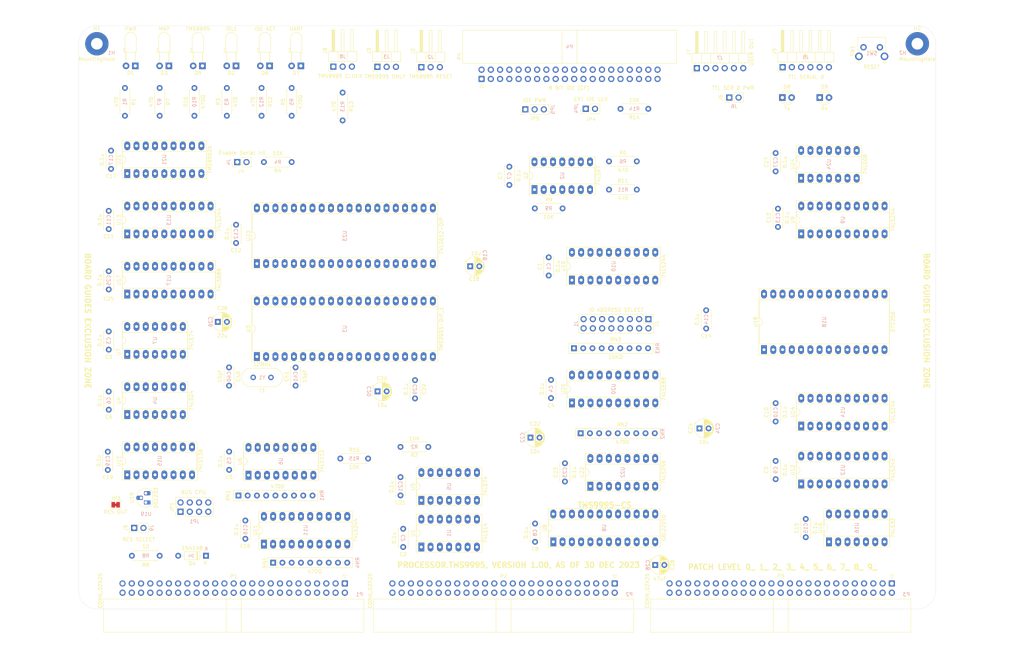
<source format=kicad_pcb>
(kicad_pcb (version 20211014) (generator pcbnew)
  (title_block (title "DUODYNE TMS9995 PROCESSOR") (date "2023-12-30") (rev "v1.0"))
  (layers (0 "F.Cu" signal) (31 "B.Cu" signal) (34 "B.Paste" user) (35 "F.Paste" user) (36 "B.SilkS" user "B.Silkscreen") (37 "F.SilkS" user "F.Silkscreen") (38 "B.Mask" user) (39 "F.Mask" user) (44 "Edge.Cuts" user))
  (net 0 "")
  (net 1 "GND")
  (net 2 "VCC")
  (net 3 "Net-(D2-Pad1)")
  (net 4 "Net-(D5-Pad2)")
  (net 5 "Net-(C40-Pad2)")
  (net 6 "Net-(D1-Pad2)")
  (net 7 "Net-(D2-Pad2)")
  (net 8 "~{WAIT}")
  (net 9 "~{INT0}")
  (net 10 "~{TEND1}")
  (net 11 "~{TEND0}")
  (net 12 "~{DREQ1}")
  (net 13 "~{DREQ0}")
  (net 14 "Net-(D3-Pad1)")
  (net 15 "-12V")
  (net 16 "Net-(D3-Pad2)")
  (net 17 "~{HALT}")
  (net 18 "~{BUSRQ}")
  (net 19 "/bus/CRUCLK")
  (net 20 "~{CPU-INT4}")
  (net 21 "CLK")
  (net 22 "AUXCLK0")
  (net 23 "~{M1}")
  (net 24 "~{MREQ}")
  (net 25 "~{IORQ}")
  (net 26 "~{WR}")
  (net 27 "~{RD}")
  (net 28 "A0")
  (net 29 "A1")
  (net 30 "A2")
  (net 31 "A3")
  (net 32 "A4")
  (net 33 "A5")
  (net 34 "A6")
  (net 35 "A7")
  (net 36 "A8")
  (net 37 "A9")
  (net 38 "A10")
  (net 39 "A11")
  (net 40 "A12")
  (net 41 "A13")
  (net 42 "A14")
  (net 43 "A15")
  (net 44 "+12V")
  (net 45 "D0")
  (net 46 "D1")
  (net 47 "D2")
  (net 48 "D3")
  (net 49 "D4")
  (net 50 "D5")
  (net 51 "D6")
  (net 52 "D7")
  (net 53 "Net-(D5-Pad1)")
  (net 54 "Net-(C41-Pad2)")
  (net 55 "~{ACTIVE}")
  (net 56 "Net-(D6-Pad2)")
  (net 57 "Net-(D4-Pad2)")
  (net 58 "CRUIN")
  (net 59 "GENCLK")
  (net 60 "IAQ")
  (net 61 "~{DBIN}")
  (net 62 "~{WE}")
  (net 63 "~{MEMEN}")
  (net 64 "~{CPU-IORQ}")
  (net 65 "~{CPU-RESET}")
  (net 66 "CPU-A1")
  (net 67 "CPU-A0")
  (net 68 "~{CPU-WAIT}")
  (net 69 "~{CPU-M1}")
  (net 70 "~{CPU-MREQ}")
  (net 71 "DATA-DIR")
  (net 72 "~{TMS9995_RST}")
  (net 73 "RA15")
  (net 74 "RA14")
  (net 75 "RA13")
  (net 76 "RA12")
  (net 77 "bCLK")
  (net 78 "/bus/~{RFSH}")
  (net 79 "/bus/~{EIRQ7}")
  (net 80 "/bus/~{EIRQ6}")
  (net 81 "~{MAPSEL}")
  (net 82 "~{PWE}")
  (net 83 "PROTECT")
  (net 84 "CPU-A3")
  (net 85 "CPU-A4")
  (net 86 "CPU-A2")
  (net 87 "CPU-A5")
  (net 88 "CPU-A6")
  (net 89 "CPU-A7")
  (net 90 "/bus/~{EIRQ5}")
  (net 91 "CPU-A11")
  (net 92 "CPU-A12")
  (net 93 "CPU-A10")
  (net 94 "CPU-A13")
  (net 95 "CPU-A9")
  (net 96 "CPU-A14")
  (net 97 "CPU-A8")
  (net 98 "CPU-A15")
  (net 99 "~{CPU-INT}")
  (net 100 "~{CPU-HALT}")
  (net 101 "CPU-D1")
  (net 102 "CPU-D7")
  (net 103 "CPU-D6")
  (net 104 "CPU-D3")
  (net 105 "CPU-D0")
  (net 106 "CPU-D2")
  (net 107 "CPU-D5")
  (net 108 "CPU-D4")
  (net 109 "9995EN")
  (net 110 "~{9995EN}")
  (net 111 "~{9995ACTIVE}")
  (net 112 "A16")
  (net 113 "A17")
  (net 114 "A18")
  (net 115 "A19")
  (net 116 "A20")
  (net 117 "A21")
  (net 118 "/bus/~{EIRQ4}")
  (net 119 "/bus/~{EIRQ3}")
  (net 120 "Net-(J4-Pad1)")
  (net 121 "/bus/~{EIRQ2}")
  (net 122 "/bus/~{EIRQ1}")
  (net 124 "/bus/~{EIRQ0}")
  (net 125 "A23")
  (net 126 "A22")
  (net 127 "Net-(J5-Pad3)")
  (net 129 "CPU-A16")
  (net 130 "CPU-A17")
  (net 131 "Net-(D7-Pad1)")
  (net 132 "CPU-A18")
  (net 133 "CPU-A19")
  (net 134 "CPU-A20")
  (net 135 "/bus/E")
  (net 136 "/bus/ST")
  (net 137 "/bus/PHI")
  (net 138 "/bus/~{INT2}")
  (net 139 "/bus/~{INT1}")
  (net 140 "~{RES_IN}")
  (net 141 "/bus/CRUOUT")
  (net 142 "/bus/CRUIN")
  (net 143 "~{RES_OUT}")
  (net 144 "/bus/USER8")
  (net 145 "/bus/USER7")
  (net 146 "/bus/USER6")
  (net 147 "/bus/USER5")
  (net 148 "/bus/USER4")
  (net 149 "/bus/USER3")
  (net 150 "/bus/USER2")
  (net 151 "/bus/USER1")
  (net 152 "/bus/USER0")
  (net 153 "~{ONBOARD_ROM}")
  (net 155 "/bus/A31")
  (net 156 "/bus/A30")
  (net 157 "/bus/A29")
  (net 158 "/bus/A28")
  (net 159 "/bus/A27")
  (net 160 "/bus/A26")
  (net 161 "/bus/A25")
  (net 162 "/bus/A24")
  (net 163 "~{OFFBOARD_MEM}")
  (net 164 "/bus/IC3")
  (net 165 "/bus/IC2")
  (net 166 "/bus/IC1")
  (net 167 "/bus/IC0")
  (net 168 "/bus/AUXCLK1")
  (net 169 "/bus/~{BUSACK}")
  (net 170 "/bus/D15")
  (net 171 "/bus/D31")
  (net 172 "/bus/D14")
  (net 173 "/bus/D30")
  (net 174 "/bus/D13")
  (net 175 "/bus/D29")
  (net 176 "/bus/D12")
  (net 177 "/bus/D28")
  (net 178 "/bus/D11")
  (net 179 "/bus/D27")
  (net 180 "/bus/D10")
  (net 181 "/bus/D26")
  (net 182 "/bus/D9")
  (net 183 "/bus/D25")
  (net 184 "/bus/D8")
  (net 185 "/bus/D24")
  (net 186 "/bus/D23")
  (net 187 "/bus/D22")
  (net 188 "/bus/D21")
  (net 189 "/bus/D20")
  (net 190 "/bus/D19")
  (net 191 "/bus/D18")
  (net 192 "/bus/D17")
  (net 193 "/bus/D16")
  (net 194 "/bus/~{BUSERR}")
  (net 195 "/bus/UDS")
  (net 196 "/bus/~{VPA}")
  (net 197 "/bus/LDS")
  (net 198 "/bus/~{VMA}")
  (net 199 "/bus/S2")
  (net 200 "/bus/~{BHE}")
  (net 201 "/bus/S1")
  (net 202 "/bus/IPL2")
  (net 203 "/bus/S0")
  (net 204 "/bus/IPL1")
  (net 205 "/bus/AUXCLK3")
  (net 206 "/bus/IPL0")
  (net 207 "/bus/AUXCLK2")
  (net 208 "USEROUT1")
  (net 209 "USEROUT2")
  (net 210 "USEROUT3")
  (net 211 "USEROUT4")
  (net 212 "CPU-A21")
  (net 213 "CPU-A22")
  (net 214 "Net-(JP1-Pad1)")
  (net 215 "Net-(JP1-Pad3)")
  (net 217 "Net-(J1-Pad10)")
  (net 218 "Net-(JP1-Pad5)")
  (net 220 "Net-(JP1-Pad7)")
  (net 221 "Net-(D7-Pad2)")
  (net 222 "RX")
  (net 223 "TX")
  (net 224 "~{EXT_RES}")
  (net 225 "Net-(JP4-Pad1)")
  (net 226 "/IO/VCC_IDE")
  (net 227 "Net-(P1-Pad44)")
  (net 228 "Net-(P1-Pad40)")
  (net 229 "/bus/I2C_SCL")
  (net 230 "Net-(J1-Pad12)")
  (net 231 "Net-(J1-Pad14)")
  (net 232 "Net-(J1-Pad16)")
  (net 233 "Net-(U21-Pad5)")
  (net 234 "/bus/I2C_SDA")
  (net 235 "Net-(P4-Pad1)")
  (net 251 "~{CFSEL}")
  (net 252 "Net-(P4-Pad38)")
  (net 253 "Net-(R2-Pad1)")
  (net 254 "Net-(R9-Pad2)")
  (net 255 "99TOGGLE")
  (net 256 "CPU-A23")
  (net 258 "/bus/~{NMI}")
  (net 259 "Net-(U1-Pad3)")
  (net 260 "Net-(U1-Pad8)")
  (net 263 "Net-(U1-Pad12)")
  (net 264 "Net-(U1-Pad13)")
  (net 266 "Net-(U1-Pad2)")
  (net 267 "Net-(U2-Pad11)")
  (net 268 "Net-(U1-Pad10)")
  (net 269 "Net-(J1-Pad2)")
  (net 270 "Net-(J1-Pad4)")
  (net 271 "Net-(J1-Pad6)")
  (net 272 "Net-(J1-Pad8)")
  (net 273 "Net-(U3-Pad21)")
  (net 274 "Net-(U3-Pad23)")
  (net 275 "Net-(U23-Pad6)")
  (net 276 "MAPEN")
  (net 277 "Net-(U4-Pad8)")
  (net 278 "Net-(U21-Pad15)")
  (net 279 "~{CRUCLK}")
  (net 280 "Net-(U5-Pad2)")
  (net 283 "Net-(U5-Pad12)")
  (net 285 "WAIT")
  (net 286 "Net-(U15-Pad7)")
  (net 287 "Net-(U7-Pad2)")
  (net 288 "Net-(U7-Pad12)")
  (net 289 "~{ISFE}")
  (net 290 "~{ROMEN}")
  (net 291 "USER")
  (net 292 "~{FLAGSEL}")
  (net 293 "~{9902SEL}")
  (net 297 "~{ENABLEINT}")
  (net 335 "Net-(D8-Pad1)")
  (net 336 "Net-(D9-Pad1)")
  (net 337 "Net-(D8-Pad2)")
  (net 338 "Net-(D9-Pad2)")
  (footprint "Connector_IDC:IDC-Header_2x25_P2.54mm_Horizontal" (layer "F.Cu") (at 108 223 -90)
    (fp_text reference "P1")
    (fp_text value "CONN_02X25")
  )
  (footprint "Capacitor_THT:C_Disc_D5.0mm_W2.5mm_P5.00mm" (layer "F.Cu") (at 124 208 -90)
    (fp_text reference "C2")
    (fp_text value "0.1u")
  )
  (footprint "Capacitor_THT:C_Disc_D5.0mm_W2.5mm_P5.00mm" (layer "F.Cu") (at 43.255 153.88 -90)
    (fp_text reference "C3")
    (fp_text value "0.1u")
  )
  (footprint "Capacitor_THT:C_Disc_D5.0mm_W2.5mm_P5.00mm" (layer "F.Cu") (at 164.54 167.17 -90)
    (fp_text reference "C4")
    (fp_text value "0.1u")
  )
  (footprint "Capacitor_THT:C_Disc_D5.0mm_W2.5mm_P5.00mm" (layer "F.Cu") (at 76.275 186.84 -90)
    (fp_text reference "C5")
    (fp_text value "0.1u")
  )
  (footprint "Capacitor_THT:C_Disc_D5.0mm_W2.5mm_P5.00mm" (layer "F.Cu") (at 43.255 170.35 -90)
    (fp_text reference "C6")
    (fp_text value "0.1u")
  )
  (footprint "Capacitor_THT:C_Disc_D5.0mm_W2.5mm_P5.00mm" (layer "F.Cu") (at 160.17 206.575 -90)
    (fp_text reference "C8")
    (fp_text value "0.1u")
  )
  (footprint "Capacitor_THT:C_Disc_D5.0mm_W2.5mm_P5.00mm" (layer "F.Cu") (at 226.135 189.4 -90)
    (fp_text reference "C9")
    (fp_text value "0.1u")
  )
  (footprint "Capacitor_THT:C_Disc_D5.0mm_W2.5mm_P5.00mm" (layer "F.Cu") (at 43.255 120.82 -90)
    (fp_text reference "C11")
    (fp_text value "0.1u")
  )
  (footprint "Capacitor_THT:C_Disc_D5.0mm_W2.5mm_P5.00mm" (layer "F.Cu") (at 207.085 148.085 -90)
    (fp_text reference "C14")
    (fp_text value "0.1u")
  )
  (footprint "Capacitor_THT:CP_Radial_D5.0mm_P2.50mm" (layer "F.Cu") (at 73.1649 151.26)
    (fp_text reference "C26")
    (fp_text value "22u")
  )
  (footprint "Capacitor_THT:C_Disc_D5.0mm_W2.5mm_P5.00mm" (layer "F.Cu") (at 43.89 104.31 -90)
    (fp_text reference "C17")
    (fp_text value "0.1u")
  )
  (footprint "Capacitor_THT:CP_Radial_D5.0mm_P2.50mm" (layer "F.Cu") (at 116.9799 170.31)
    (fp_text reference "C20")
    (fp_text value "10u")
  )
  (footprint "Capacitor_THT:C_Disc_D5.0mm_W2.5mm_P5.00mm" (layer "F.Cu") (at 123.265 193.845 -90)
    (fp_text reference "C21")
    (fp_text value "0.1u")
  )
  (footprint "Capacitor_THT:CP_Radial_D5.0mm_P2.50mm" (layer "F.Cu") (at 158.8899 183.01)
    (fp_text reference "C22")
    (fp_text value "10u")
  )
  (footprint "Capacitor_THT:CP_Radial_D5.0mm_P2.50mm" (layer "F.Cu") (at 193.115 217.935)
    (fp_text reference "C28")
    (fp_text value "47uF")
  )
  (footprint "Diode_THT:D_DO-35_SOD27_P7.62mm_Horizontal" (layer "F.Cu") (at 69.925 215.395 180)
    (fp_text reference "D4")
    (fp_text value "1N4148")
  )
  (footprint "LED_THT:LED_D3.0mm_Horizontal_O3.81mm_Z2.0mm" (layer "F.Cu") (at 68.9525 81.065 180)
    (fp_text reference "D5")
    (fp_text value "TMS9995")
  )
  (footprint "LED_THT:LED_D3.0mm_Horizontal_O3.81mm_Z2.0mm" (layer "F.Cu") (at 87.3675 81.065 180)
    (fp_text reference "D6")
    (fp_text value "IDE ACT")
  )
  (footprint "LED_THT:LED_D3.0mm_Horizontal_O3.81mm_Z2.0mm" (layer "F.Cu") (at 50.5375 81.065 180)
    (fp_text reference "D1")
    (fp_text value "PWR")
  )
  (footprint "LED_THT:LED_D3.0mm_Horizontal_O3.81mm_Z2.0mm" (layer "F.Cu") (at 78.16 81.065 180)
    (fp_text reference "D2")
    (fp_text value "IDLE")
  )
  (footprint "Package_DIP:DIP-14_W7.62mm_Socket_LongPads" (layer "F.Cu") (at 48.33 176.682 90)
    (fp_text reference "U4")
    (fp_text value "74LS04")
  )
  (footprint "Package_DIP:DIP-14_W7.62mm_Socket_LongPads" (layer "F.Cu") (at 128.975 200.2 90)
    (fp_text reference "U5")
    (fp_text value "74LS74")
  )
  (footprint "Package_DIP:DIP-16_W7.62mm_Socket_LongPads" (layer "F.Cu") (at 81.575 193.315 90)
    (fp_text reference "U6")
    (fp_text value "74LS112")
  )
  (footprint "Package_DIP:DIP-24_W7.62mm_Socket_LongPads" (layer "F.Cu") (at 165.17 211.575 90)
    (fp_text reference "U8")
    (fp_text value "GAL22V10")
  )
  (footprint "Package_DIP:DIP-16_W7.62mm_Socket_LongPads" (layer "F.Cu") (at 48.33 193.2 90)
    (fp_text reference "U15")
    (fp_text value "74LS138")
  )
  (footprint "Package_DIP:DIP-14_W7.62mm_Socket_LongPads" (layer "F.Cu") (at 128.975 213 90)
    (fp_text reference "U1")
    (fp_text value "74LS14")
  )
  (footprint "Connector_IDC:IDC-Header_2x25_P2.54mm_Horizontal" (layer "F.Cu") (at 182 223 -90)
    (fp_text reference "P2")
    (fp_text value "CONN_02X25")
  )
  (footprint "MountingHole:MountingHole_3.2mm_M3_Pad" (layer "F.Cu") (at 265 75)
    (fp_text reference "H2")
    (fp_text value "MountingHole")
  )
  (footprint "Resistor_THT:R_Array_SIP9" (layer "F.Cu") (at 78.815 198.885)
    (fp_text reference "RN1")
    (fp_text value "4700")
  )
  (footprint "Package_DIP:DIP-20_W7.62mm_Socket_LongPads" (layer "F.Cu") (at 85.8 212.22 90)
    (fp_text reference "U11")
    (fp_text value "74LS244")
  )
  (footprint "Package_DIP:DIP-14_W7.62mm_Socket_LongPads" (layer "F.Cu") (at 240.745 211.575 90)
    (fp_text reference "U16")
    (fp_text value "74LS32")
  )
  (footprint "Capacitor_THT:C_Disc_D5.0mm_W2.5mm_P5.00mm" (layer "F.Cu") (at 43 186.86 -90)
    (fp_text reference "C19")
    (fp_text value "0.1u")
  )
  (footprint "Capacitor_THT:CP_Radial_D5.0mm_P2.50mm" (layer "F.Cu") (at 142.3799 136.02)
    (fp_text reference "C18")
    (fp_text value "10u")
  )
  (footprint "Capacitor_THT:C_Disc_D5.0mm_W2.5mm_P5.00mm" (layer "F.Cu") (at 78.18 124.63 -90)
    (fp_text reference "C12")
    (fp_text value "0.1u")
  )
  (footprint "Capacitor_THT:C_Disc_D5.0mm_W2.5mm_P5.00mm" (layer "F.Cu") (at 80.715 205.74 -90)
    (fp_text reference "C16")
    (fp_text value "0.1u")
  )
  (footprint "MountingHole:MountingHole_3.2mm_M3_Pad" (layer "F.Cu") (at 40 75)
    (fp_text reference "H1")
    (fp_text value "MountingHole")
  )
  (footprint "Connector_IDC:IDC-Header_2x25_P2.54mm_Horizontal" (layer "F.Cu") (at 258 223 -90)
    (fp_text reference "P3")
    (fp_text value "CONN_02X25")
  )
  (footprint "Package_DIP:DIP-20_W7.62mm_Socket_LongPads" (layer "F.Cu") (at 48.33 127.128 90)
    (fp_text reference "U13")
    (fp_text value "74LS244")
  )
  (footprint "Package_TO_SOT_THT:TO-92L_HandSolder" (layer "F.Cu") (at 53.415 200.79 90)
    (fp_text reference "U19")
    (fp_text value "DS1233")
  )
  (footprint "Package_DIP:DIP-14_W7.62mm_Socket_LongPads" (layer "F.Cu") (at 48.33 160.164 90)
    (fp_text reference "U7")
    (fp_text value "74LS74")
  )
  (footprint "Capacitor_THT:C_Disc_D5.0mm_W2.5mm_P5.00mm" (layer "F.Cu") (at 163.905 138.56 90)
    (fp_text reference "C1")
    (fp_text value "0.1u")
  )
  (footprint "Package_DIP:DIP-20_W7.62mm_Socket_LongPads" (layer "F.Cu") (at 170.27 173.475 90)
    (fp_text reference "U20")
    (fp_text value "74LS688")
  )
  (footprint "Package_DIP:DIP-20_W7.62mm_Socket_LongPads" (layer "F.Cu") (at 233.145 127.12 90)
    (fp_text reference "U9")
    (fp_text value "74LS244")
  )
  (footprint "Package_DIP:DIP-20_W7.62mm_Socket_LongPads" (layer "F.Cu") (at 170.26 139.82 90)
    (fp_text reference "U10")
    (fp_text value "74LS244")
  )
  (footprint "Package_DIP:DIP-20_W7.62mm_Socket_LongPads" (layer "F.Cu") (at 233.145 195.705 90)
    (fp_text reference "U12")
    (fp_text value "74LS245")
  )
  (footprint "Package_DIP:DIP-20_W7.62mm_Socket_LongPads" (layer "F.Cu") (at 233.145 179.835 90)
    (fp_text reference "U14")
    (fp_text value "74LS244")
  )
  (footprint "Package_DIP:DIP-14_W7.62mm_Socket_LongPads" (layer "F.Cu") (at 160 115 90)
    (fp_text reference "U2")
    (fp_text value "74LS07")
  )
  (footprint "LED_THT:LED_D3.0mm_Horizontal_O3.81mm_Z2.0mm" (layer "F.Cu") (at 59.745 81.065 180)
    (fp_text reference "D3")
    (fp_text value "MAP")
  )
  (footprint "Resistor_THT:R_Axial_DIN0207_L6.3mm_D2.5mm_P7.62mm_Horizontal" (layer "F.Cu") (at 93.42 107.445 180)
    (fp_text reference "R4")
    (fp_text value "10K")
  )
  (footprint "Button_Switch_THT:SW_Tactile_SPST_Angled_PTS645Vx58-2LFS" (layer "F.Cu") (at 250.225 75.9625)
    (fp_text reference "SW1")
    (fp_text value "RESET")
  )
  (footprint "Resistor_THT:R_Axial_DIN0207_L6.3mm_D2.5mm_P7.62mm_Horizontal" (layer "F.Cu") (at 47.7 87.125 -90)
    (fp_text reference "R1")
    (fp_text value "470")
  )
  (footprint "Package_DIP:DIP-28_W15.24mm_Socket_LongPads" (layer "F.Cu") (at 222.945 158.885 90)
    (fp_text reference "U18")
    (fp_text value "27C256")
  )
  (footprint "Capacitor_THT:CP_Radial_D5.0mm_P2.50mm" (layer "F.Cu") (at 205.2449 180.47)
    (fp_text reference "C24")
    (fp_text value "10u")
  )
  (footprint "Capacitor_THT:C_Disc_D5.0mm_W2.5mm_P5.00mm" (layer "F.Cu") (at 153.11 113.715 90)
    (fp_text reference "C7")
    (fp_text value "0.1u")
  )
  (footprint "Resistor_THT:R_Axial_DIN0207_L6.3mm_D2.5mm_P7.62mm_Horizontal" (layer "F.Cu") (at 49.605 215.395)
    (fp_text reference "R8")
    (fp_text value "10")
  )
  (footprint "Capacitor_THT:C_Disc_D5.0mm_W2.5mm_P5.00mm" (layer "F.Cu") (at 226.135 109.985 90)
    (fp_text reference "C27")
    (fp_text value "0.1u")
  )
  (footprint "Package_DIP:DIP-40_W15.24mm_Socket_LongPads" (layer "F.Cu") (at 83.875 160.79 90)
    (fp_text reference "U3")
    (fp_text value "TMS9995-DIP_1")
  )
  (footprint "Resistor_THT:R_Axial_DIN0207_L6.3mm_D2.5mm_P7.62mm_Horizontal" (layer "F.Cu") (at 66.75 94.745 90)
    (fp_text reference "R10")
    (fp_text value "470Ω")
  )
  (footprint "Package_DIP:DIP-16_W7.62mm_Socket_LongPads" (layer "F.Cu") (at 175.32 196.335 90)
    (fp_text reference "U22")
    (fp_text value "74LS259")
  )
  (footprint "Connector_PinHeader_2.54mm:PinHeader_1x06_P2.54mm_Horizontal" (layer "F.Cu") (at 204.54 81.7 90)
    (fp_text reference "J7")
    (fp_text value "USER OUT")
  )
  (footprint "Resistor_THT:R_Axial_DIN0207_L6.3mm_D2.5mm_P7.62mm_Horizontal" (layer "F.Cu") (at 85.165 87.125 -90)
    (fp_text reference "R12")
    (fp_text value "470")
  )
  (footprint "Resistor_THT:R_Axial_DIN0207_L6.3mm_D2.5mm_P7.62mm_Horizontal" (layer "F.Cu") (at 180.44 115)
    (fp_text reference "R11")
    (fp_text value "470")
  )
  (footprint "Connector_PinHeader_2.54mm:PinHeader_2x04_P2.54mm_Vertical" (layer "F.Cu") (at 62.94 203.33 90)
    (fp_text reference "JP1")
    (fp_text value "BUS CPU")
  )
  (footprint "Jumper:SolderJumper-2_P1.3mm_Bridged_Pad1.0x1.5mm" (layer "F.Cu") (at 45.16 201.425)
    (fp_text reference "JP3")
    (fp_text value "RES OUT")
  )
  (footprint "Crystal:Crystal_HC49-U_Vertical" (layer "F.Cu") (at 87.75 166.5 180)
    (fp_text reference "Y1")
    (fp_text value "12MHz")
  )
  (footprint "Resistor_THT:R_Axial_DIN0207_L6.3mm_D2.5mm_P7.62mm_Horizontal" (layer "F.Cu") (at 75.64 94.745 90)
    (fp_text reference "R3")
    (fp_text value "470")
  )
  (footprint "Connector_PinHeader_2.54mm:PinHeader_1x02_P2.54mm_Vertical" (layer "F.Cu") (at 213.43 89.75 90)
    (fp_text reference "J6")
    (fp_text value "TTL SER 0 PWR")
  )
  (footprint "Connector_PinHeader_2.54mm:PinHeader_1x03_P2.54mm_Horizontal" (layer "F.Cu") (at 116.93 81.34 90)
    (fp_text reference "J3")
    (fp_text value "TMS9995 ONLY")
  )
  (footprint "Capacitor_THT:C_Disc_D5.0mm_W2.5mm_P5.00mm" (layer "F.Cu") (at 127.25 167.25 -90)
    (fp_text reference "C29")
    (fp_text value "0.1u")
  )
  (footprint "Capacitor_THT:C_Disc_D5.0mm_W2.5mm_P5.00mm" (layer "F.Cu") (at 234.39 210.315 90)
    (fp_text reference "C15")
    (fp_text value "0.1u")
  )
  (footprint "Capacitor_THT:C_Disc_D5.0mm_W2.5mm_P5.00mm" (layer "F.Cu") (at 43.255 142.37 90)
    (fp_text reference "C25")
    (fp_text value "0.1u")
  )
  (footprint "Capacitor_THT:C_Disc_D5.0mm_W2.5mm_P5.00mm" (layer "F.Cu") (at 226.135 178.565 90)
    (fp_text reference "C10")
    (fp_text value "0.1u")
  )
  (footprint "Connector_PinHeader_2.54mm:PinHeader_1x02_P2.54mm_Vertical" (layer "F.Cu") (at 50.24 207.775 90)
    (fp_text reference "J9")
    (fp_text value "RES SELECT")
  )
  (footprint "Package_DIP:DIP-40_W15.24mm_Socket_LongPads" (layer "F.Cu") (at 83.875 135.29 90)
    (fp_text reference "U23")
    (fp_text value "74LS612-DIP")
  )
  (footprint "Package_DIP:DIP-14_W7.62mm_Socket_LongPads" (layer "F.Cu") (at 233.12 111.88 90)
    (fp_text reference "U24")
    (fp_text value "74LS08")
  )
  (footprint "Resistor_THT:R_Axial_DIN0207_L6.3mm_D2.5mm_P7.62mm_Horizontal" (layer "F.Cu") (at 93.42 94.745 90)
    (fp_text reference "R5")
    (fp_text value "470Ω")
  )
  (footprint "Connector_PinHeader_2.54mm:PinHeader_2x08_P2.54mm_Vertical" (layer "F.Cu") (at 191.25 150.5 -90)
    (fp_text reference "J1")
    (fp_text value "IO ADDRESS SELECT")
  )
  (footprint "Capacitor_THT:C_Disc_D5.0mm_W2.5mm_P5.00mm" (layer "F.Cu") (at 76.25 168.75 90)
    (fp_text reference "C40")
    (fp_text value "15pf")
  )
  (footprint "Connector_PinHeader_2.54mm:PinHeader_1x02_P2.54mm_Vertical" (layer "F.Cu") (at 78.4925 107.445 90)
    (fp_text reference "J4")
    (fp_text value "Enable Serial Int")
  )
  (footprint "LED_THT:LED_D3.0mm" (layer "F.Cu") (at 238.225 89.75)
    (fp_text reference "D9")
    (fp_text value "Rx")
  )
  (footprint "Resistor_THT:R_Array_SIP9" (layer "F.Cu") (at 170.825 158.5)
    (fp_text reference "RN3")
    (fp_text value "10KΩ")
  )
  (footprint "Resistor_THT:R_Axial_DIN0207_L6.3mm_D2.5mm_P7.62mm_Horizontal" (layer "F.Cu") (at 57.225 87.125 -90)
    (fp_text reference "R7")
    (fp_text value "470")
  )
  (footprint "Resistor_THT:R_Axial_DIN0207_L6.3mm_D2.5mm_P7.62mm_Horizontal" (layer "F.Cu") (at 191.21 92.84 180)
    (fp_text reference "R14")
    (fp_text value "10K")
  )
  (footprint "Connector_PinHeader_2.54mm:PinHeader_1x03_P2.54mm_Vertical" (layer "F.Cu") (at 157.5 93 90)
    (fp_text reference "JP5")
    (fp_text value "IDE PWR")
  )
  (footprint "Resistor_THT:R_Axial_DIN0207_L6.3mm_D2.5mm_P7.62mm_Horizontal" (layer "F.Cu") (at 106.755 188.745)
    (fp_text reference "R15")
    (fp_text value "10K")
  )
  (footprint "Capacitor_THT:C_Disc_D5.0mm_W2.5mm_P5.00mm" (layer "F.Cu") (at 94.5 168.75 90)
    (fp_text reference "C41")
    (fp_text value "15pf")
  )
  (footprint "Resistor_THT:R_Array_SIP9" (layer "F.Cu") (at 88.34 217.3)
    (fp_text reference "RN4")
    (fp_text value "470Ω")
  )
  (footprint "Resistor_THT:R_Axial_DIN0207_L6.3mm_D2.5mm_P7.62mm_Horizontal" (layer "F.Cu") (at 107.39 88.395 -90)
    (fp_text reference "R13")
    (fp_text value "470")
  )
  (footprint "Resistor_THT:R_Array_SIP9" (layer "F.Cu") (at 172.67 181.815)
    (fp_text reference "RN2")
    (fp_text value "4700")
  )
  (footprint "Connector_PinHeader_2.54mm:PinHeader_1x06_P2.54mm_Horizontal" (layer "F.Cu") (at 228.04 81.425 90)
    (fp_text reference "J5")
    (fp_text value "TTL SERIAL 0")
  )
  (footprint "Connector_IDC:IDC-Header_2x20_P2.54mm_Horizontal" (layer "F.Cu") (at 145.49 84.6525 90)
    (fp_text reference "P4")
    (fp_text value "8 BIT IDE (CF)")
  )
  (footprint "Resistor_THT:R_Axial_DIN0207_L6.3mm_D2.5mm_P7.62mm_Horizontal" (layer "F.Cu") (at 130.885 185.55 180)
    (fp_text reference "R2")
    (fp_text value "10K")
  )
  (footprint "LED_THT:LED_D3.0mm_Horizontal_O3.81mm_Z2.0mm" (layer "F.Cu") (at 95.94 81.065 180)
    (fp_text reference "D7")
    (fp_text value "UART")
  )
  (footprint "Capacitor_THT:C_Disc_D5.0mm_W2.5mm_P5.00mm" (layer "F.Cu") (at 226.77 125.225 90)
    (fp_text reference "C13")
    (fp_text value "0.1u")
  )
  (footprint "Connector_PinHeader_2.54mm:PinHeader_1x03_P2.54mm_Horizontal" (layer "F.Cu") (at 104.86 81.27 90)
    (fp_text reference "J8")
    (fp_text value "TMS9995 CLOCK")
  )
  (footprint "Capacitor_THT:C_Disc_D5.0mm_W2.5mm_P5.00mm" (layer "F.Cu") (at 168.35 195.035 90)
    (fp_text reference "C23")
    (fp_text value "0.1u")
  )
  (footprint "Package_DIP:DIP-20_W7.62mm_Socket_LongPads" (layer "F.Cu") (at 48.33 143.646 90)
    (fp_text reference "U17")
    (fp_text value "74LS688")
  )
  (footprint "LED_THT:LED_D3.0mm" (layer "F.Cu") (at 227.975 89.75)
    (fp_text reference "D8")
    (fp_text value "Tx")
  )
  (footprint "Resistor_THT:R_Axial_DIN0207_L6.3mm_D2.5mm_P7.62mm_Horizontal" (layer "F.Cu") (at 160.095 120.145)
    (fp_text reference "R9")
    (fp_text value "10K")
  )
  (footprint "Connector_PinHeader_2.54mm:PinHeader_1x02_P2.54mm_Vertical" (layer "F.Cu") (at 174.065 92.84 90)
    (fp_text reference "JP4")
    (fp_text value "EXT IDE LED")
  )
  (footprint "Package_DIP:DIP-18_W7.62mm_Socket_LongPads" (layer "F.Cu") (at 48.33 110.61 90)
    (fp_text reference "U21")
    (fp_text value "TMS9902A")
  )
  (footprint "Resistor_THT:R_Axial_DIN0207_L6.3mm_D2.5mm_P7.62mm_Horizontal" (layer "F.Cu") (at 180.44 107.25)
    (fp_text reference "R6")
    (fp_text value "470")
  )
  (footprint "Connector_PinHeader_2.54mm:PinHeader_1x03_P2.54mm_Horizontal" (layer "F.Cu") (at 128.98 81.41 90)
    (fp_text reference "J2")
    (fp_text value "TMS9995 RESET")
  )
  (gr_line (start 35 75) (end 35 225) (layer "Edge.Cuts") (width 0.05))
  (gr_line (start 40 230) (end 265 230) (layer "Edge.Cuts") (width 0.05))
  (gr_line (start 270 225) (end 270 75) (layer "Edge.Cuts") (width 0.05))
  (gr_line (start 265 70) (end 40 70) (layer "Edge.Cuts") (width 0.05))
  (gr_arc (start 270 225) (mid 268.535534 228.535534) (end 265 230) (layer "Edge.Cuts") (width 0.05))
  (gr_arc (start 40 230) (mid 36.464466 228.535534) (end 35 225) (layer "Edge.Cuts") (width 0.05))
  (gr_arc (start 35 75) (mid 36.464466 71.464466) (end 40 70) (layer "Edge.Cuts") (width 0.05))
  (gr_arc (start 265 70) (mid 268.535534 71.464466) (end 270 75) (layer "Edge.Cuts") (width 0.05))
  (gr_text "BOARD GUIDES EXCLUSION ZONE" (at 37.5 151 -90) (layer "F.SilkS") (effects (font (size 1.5 1.5) (thickness 0.3))))
  (gr_text "BOARD GUIDES EXCLUSION ZONE" (at 267.5 151 -90) (layer "F.SilkS") (effects (font (size 1.5 1.5) (thickness 0.3))))
  (gr_text "PROCESSOR.TMS9995, VERSION 1.00, AS OF 30 DEC 2023" (at 155.65 217.935) (layer "F.SilkS") (effects (font (size 1.5 1.5) (thickness 0.3))))
  (gr_text "PATCH LEVEL 0_ 1_ 2_ 3_ 4_ 5_ 6_ 7_ 8_ 9_" (at 228 218.5) (layer "F.SilkS") (effects (font (size 1.5 1.5) (thickness 0.3))))
  (gr_text "TMS9995-CS" (at 179.25 201.5) (layer "F.SilkS") (effects (font (size 1.5 1.5) (thickness 0.3))))
)
</source>
